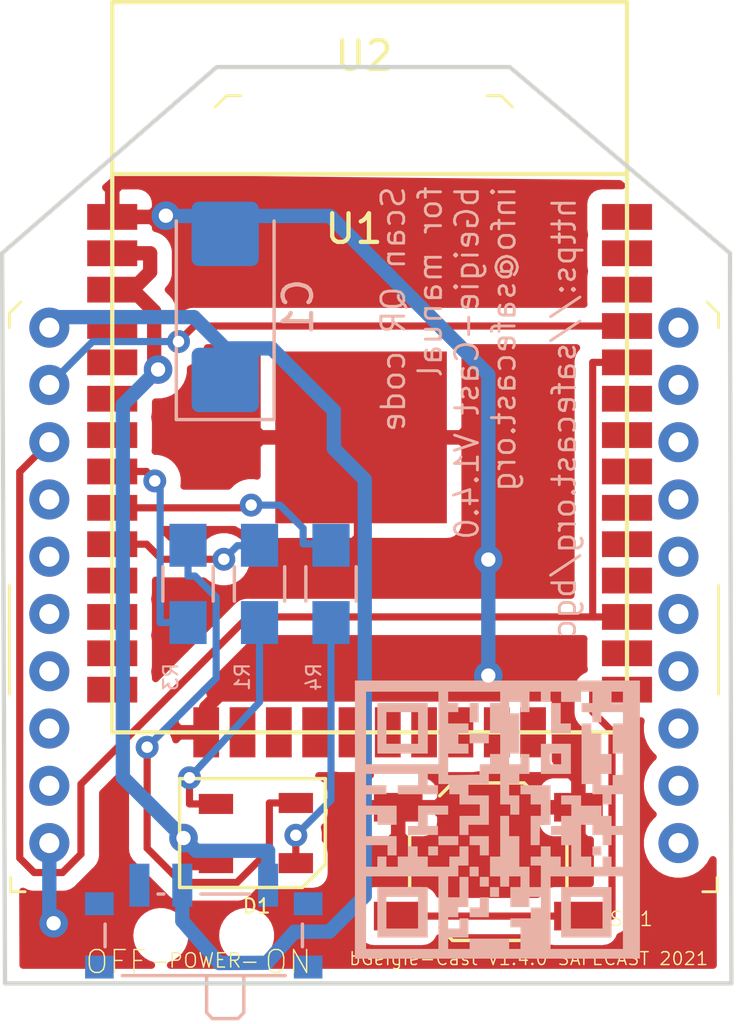
<source format=kicad_pcb>
(kicad_pcb (version 20211014) (generator pcbnew)
  (layers (0 "F.Cu" signal "Top") (31 "B.Cu" signal "Bottom") (34 "B.Paste" user) (35 "F.Paste" user) (36 "B.SilkS" user "B.Silkscreen") (37 "F.SilkS" user "F.Silkscreen") (38 "B.Mask" user) (39 "F.Mask" user) (44 "Edge.Cuts" user))
  (net 0 "")
  (net 1 "GND")
  (net 2 "VDD")
  (net 3 "Net-(D1-Pad1)")
  (net 4 "Net-(D1-Pad3)")
  (net 5 "Net-(D1-Pad4)")
  (net 6 "Net-(SW1-Pad1)")
  (net 7 "Net-(U1-Pad27)")
  (net 8 "+3V3")
  (net 9 "Net-(U1-Pad35)")
  (net 10 "Net-(R1-Pad1)")
  (net 11 "Net-(R3-Pad1)")
  (net 12 "Net-(R4-Pad1)")
  (footprint "Buttons_Switches_SMD:SW_SPST_TL3342" (layer "F.Cu") (at 152.75 118 180)
    (fp_text reference "SW1" hide)
    (fp_text value "TACT-SWITCH" hide)
    (fp_text user "${REFERENCE}" (at -5 -2) (layer "F.SilkS") (effects (font (size 0.5 0.5) (thickness 0.05))))
    (fp_line (start -1.7 2.3) (end -1.25 2.75) (layer "F.SilkS") (width 0.12))
    (fp_line (start -1.25 2.75) (end 1.25 2.75) (layer "F.SilkS") (width 0.12))
    (fp_line (start 1.7 2.3) (end 1.25 2.75) (layer "F.SilkS") (width 0.12))
    (fp_line (start -1.7 -2.3) (end -1.25 -2.75) (layer "F.SilkS") (width 0.12))
    (fp_line (start 1.7 -2.3) (end 1.25 -2.75) (layer "F.SilkS") (width 0.12))
    (fp_line (start -1.25 -2.75) (end 1.25 -2.75) (layer "F.SilkS") (width 0.12))
    (fp_line (start 2.75 -1) (end 2.75 1) (layer "F.SilkS") (width 0.12))
    (fp_line (start -2.75 -1) (end -2.75 1) (layer "F.SilkS") (width 0.12))
    (pad "1" smd rect locked (at 3.15 -1.9 180) (size 1.7 1) (layers "F.Cu" "F.Paste" "F.Mask") (net 6 "Net-(SW1-Pad1)"))
    (pad "1" smd rect locked (at -3.15 -1.9 180) (size 1.7 1) (layers "F.Cu" "F.Paste" "F.Mask") (net 6 "Net-(SW1-Pad1)"))
    (pad "2" smd rect locked (at -3.15 1.9 180) (size 1.7 1) (layers "F.Cu" "F.Paste" "F.Mask") (net 1 "GND"))
    (pad "2" smd rect locked (at 3.15 1.9 180) (size 1.7 1) (layers "F.Cu" "F.Paste" "F.Mask") (net 1 "GND"))
  )
  (footprint "digikey-footprints:DJS-BRGBC-TR8" (layer "F.Cu") (at 144.75 117 90)
    (fp_text reference "D1" (at -2.55 -0.1) (layer "F.SilkS") (effects (font (size 0.5 0.5) (thickness 0.075))))
    (fp_text value "RGB-LED")
    (fp_line (start -1.9 -2.794) (end 1.9 -2.794) (layer "F.SilkS") (width 0.12))
    (fp_line (start 1.9 2.3) (end -1.1 2.3) (layer "F.SilkS") (width 0.12))
    (fp_line (start -1.1 2.3) (end -1.9 1.5) (layer "F.SilkS") (width 0.12))
    (fp_line (start 1.9 -2.794) (end 1.9 2.3) (layer "F.SilkS") (width 0.12))
    (fp_line (start -1.9 1.5) (end -1.9 -2.794) (layer "F.SilkS") (width 0.12))
    (pad "1" smd rect locked (at -1.05 1.27 90) (size 0.7 1.2) (layers "F.Cu" "F.Paste" "F.Mask") (net 3 "Net-(D1-Pad1)"))
    (pad "2" smd rect locked (at -1.05 -1.524 90) (size 0.7 1.2) (layers "F.Cu" "F.Paste" "F.Mask") (net 8 "+3V3"))
    (pad "3" smd rect locked (at 1.016 -1.524 90) (size 0.7 1.2) (layers "F.Cu" "F.Paste" "F.Mask") (net 4 "Net-(D1-Pad3)"))
    (pad "4" smd rect locked (at 1.05 1.27 90) (size 0.7 1.2) (layers "F.Cu" "F.Paste" "F.Mask") (net 5 "Net-(D1-Pad4)"))
  )
  (footprint "digikey-footprints:XBEE-20_THT" (layer "F.Cu") (at 148.4 108.35)
    (fp_text reference "U2" (at 0 -18.49) (layer "F.SilkS"))
    (fp_text value "XBEE-socket")
    (fp_line (start 4.8 -17.1) (end 4.3 -17.1) (layer "F.SilkS") (width 0.1))
    (fp_line (start 12.4 -9.5) (end 12 -9.9) (layer "F.SilkS") (width 0.1))
    (fp_line (start -4.8 -17.1) (end -5.2 -16.7) (layer "F.SilkS") (width 0.1))
    (fp_line (start 12.4 -9.5) (end 12.4 -9) (layer "F.SilkS") (width 0.1))
    (fp_line (start 12.35 10.7) (end 11.85 10.7) (layer "F.SilkS") (width 0.1))
    (fp_line (start -12.35 10.7) (end -12.35 10.2) (layer "F.SilkS") (width 0.1))
    (fp_line (start -12.4 0) (end -12.4 3.8) (layer "F.SilkS") (width 0.1))
    (fp_line (start 12.4 0) (end 12.4 3.8) (layer "F.SilkS") (width 0.1))
    (fp_line (start -12.4 -9.5) (end -12.4 -9) (layer "F.SilkS") (width 0.1))
    (fp_line (start -12.4 -9.5) (end -12 -9.9) (layer "F.SilkS") (width 0.1))
    (fp_line (start 4.8 -17.1) (end 5.2 -16.7) (layer "F.SilkS") (width 0.1))
    (fp_line (start -12.35 10.7) (end -11.85 10.7) (layer "F.SilkS") (width 0.1))
    (fp_line (start 12.35 10.7) (end 12.35 10.2) (layer "F.SilkS") (width 0.1))
    (fp_line (start -4.8 -17.1) (end -4.3 -17.1) (layer "F.SilkS") (width 0.1))
    (pad "1" thru_hole circle locked (at -11 -9) (size 1.4 1.4) (drill 0.7) (layers *.Cu *.Mask) (net 2 "VDD"))
    (pad "2" thru_hole circle locked (at -11 -7) (size 1.4 1.4) (drill 0.7) (layers *.Cu *.Mask) (net 9 "Net-(U1-Pad35)"))
    (pad "3" thru_hole circle locked (at -11 -5) (size 1.4 1.4) (drill 0.7) (layers *.Cu *.Mask) (net 7 "Net-(U1-Pad27)"))
    (pad "4" thru_hole circle locked (at -11 -3) (size 1.4 1.4) (drill 0.7) (layers *.Cu *.Mask))
    (pad "5" thru_hole circle locked (at -11 -1) (size 1.4 1.4) (drill 0.7) (layers *.Cu *.Mask))
    (pad "6" thru_hole circle locked (at -11 1) (size 1.4 1.4) (drill 0.7) (layers *.Cu *.Mask))
    (pad "7" thru_hole circle locked (at -11 3) (size 1.4 1.4) (drill 0.7) (layers *.Cu *.Mask))
    (pad "8" thru_hole circle locked (at -11 5) (size 1.4 1.4) (drill 0.7) (layers *.Cu *.Mask))
    (pad "9" thru_hole circle locked (at -11 7) (size 1.4 1.4) (drill 0.7) (layers *.Cu *.Mask))
    (pad "10" thru_hole circle locked (at -11 9) (size 1.4 1.4) (drill 0.7) (layers *.Cu *.Mask) (net 1 "GND"))
    (pad "11" thru_hole circle locked (at 11 9) (size 1.4 1.4) (drill 0.7) (layers *.Cu *.Mask))
    (pad "12" thru_hole circle locked (at 11 7) (size 1.4 1.4) (drill 0.7) (layers *.Cu *.Mask))
    (pad "13" thru_hole circle locked (at 11 5) (size 1.4 1.4) (drill 0.7) (layers *.Cu *.Mask))
    (pad "14" thru_hole circle locked (at 11 3) (size 1.4 1.4) (drill 0.7) (layers *.Cu *.Mask))
    (pad "15" thru_hole circle locked (at 11 1) (size 1.4 1.4) (drill 0.7) (layers *.Cu *.Mask))
    (pad "16" thru_hole circle locked (at 11 -1) (size 1.4 1.4) (drill 0.7) (layers *.Cu *.Mask))
    (pad "17" thru_hole circle locked (at 11 -3) (size 1.4 1.4) (drill 0.7) (layers *.Cu *.Mask))
    (pad "18" thru_hole circle locked (at 11 -5) (size 1.4 1.4) (drill 0.7) (layers *.Cu *.Mask))
    (pad "19" thru_hole circle locked (at 11 -7) (size 1.4 1.4) (drill 0.7) (layers *.Cu *.Mask))
    (pad "20" thru_hole circle locked (at 11 -9) (size 1.4 1.4) (drill 0.7) (layers *.Cu *.Mask))
  )
  (footprint "ESP32-footprints-Lib:ESP-32S" (layer "F.Cu") (at 148.653 105)
    (fp_text reference "U1" (at -0.6 -9.1) (layer "F.SilkS"))
    (fp_text value "ESP32S")
    (fp_line (start 8.947434 -17.017338) (end -9.052566 -17.017338) (layer "F.SilkS") (width 0.15))
    (fp_line (start 8.947434 -11.017338) (end -9.052566 -11.017338) (layer "F.SilkS") (width 0.15))
    (fp_line (start 8.947434 8.482662) (end -9.052566 8.482662) (layer "F.SilkS") (width 0.15))
    (fp_line (start -9.052566 -17.017338) (end -9.052566 8.482662) (layer "F.SilkS") (width 0.15))
    (fp_line (start 8.947434 -17.017338) (end 8.947434 8.482662) (layer "F.SilkS") (width 0.15))
    (pad "1" smd rect locked (at -9.052566 -9.517338 180) (size 1.75 0.9) (layers "F.Cu" "F.Paste" "F.Mask") (net 1 "GND"))
    (pad "2" smd rect locked (at -9.052566 -8.247338 180) (size 1.75 0.9) (layers "F.Cu" "F.Paste" "F.Mask") (net 8 "+3V3"))
    (pad "3" smd rect locked (at -9.052566 -6.977338 180) (size 1.75 0.9) (layers "F.Cu" "F.Paste" "F.Mask") (net 8 "+3V3"))
    (pad "4" smd rect locked (at -9.052566 -5.707338 180) (size 1.75 0.9) (layers "F.Cu" "F.Paste" "F.Mask"))
    (pad "5" smd rect locked (at -9.052566 -4.437338 180) (size 1.75 0.9) (layers "F.Cu" "F.Paste" "F.Mask"))
    (pad "6" smd rect locked (at -9.052566 -3.167338 180) (size 1.75 0.9) (layers "F.Cu" "F.Paste" "F.Mask"))
    (pad "7" smd rect locked (at -9.052566 -1.897338 180) (size 1.75 0.9) (layers "F.Cu" "F.Paste" "F.Mask"))
    (pad "8" smd rect locked (at -9.052566 -0.627338 180) (size 1.75 0.9) (layers "F.Cu" "F.Paste" "F.Mask") (net 11 "Net-(R3-Pad1)"))
    (pad "9" smd rect locked (at -9.052566 0.642662 180) (size 1.75 0.9) (layers "F.Cu" "F.Paste" "F.Mask") (net 12 "Net-(R4-Pad1)"))
    (pad "10" smd rect locked (at -9.052566 1.912662 180) (size 1.75 0.9) (layers "F.Cu" "F.Paste" "F.Mask") (net 10 "Net-(R1-Pad1)"))
    (pad "11" smd rect locked (at -9.052566 3.182662 180) (size 1.75 0.9) (layers "F.Cu" "F.Paste" "F.Mask"))
    (pad "12" smd rect locked (at -9.052566 4.452662 180) (size 1.75 0.9) (layers "F.Cu" "F.Paste" "F.Mask"))
    (pad "13" smd rect locked (at -9.052566 5.722662 180) (size 1.75 0.9) (layers "F.Cu" "F.Paste" "F.Mask"))
    (pad "14" smd rect locked (at -9.052566 6.992662 180) (size 1.75 0.9) (layers "F.Cu" "F.Paste" "F.Mask"))
    (pad "15" smd rect locked (at -5.767566 8.482662 180) (size 0.9 1.75) (layers "F.Cu" "F.Paste" "F.Mask") (net 1 "GND"))
    (pad "16" smd rect locked (at -4.497566 8.482662 180) (size 0.9 1.75) (layers "F.Cu" "F.Paste" "F.Mask"))
    (pad "17" smd rect locked (at -3.227566 8.482662 180) (size 0.9 1.75) (layers "F.Cu" "F.Paste" "F.Mask"))
    (pad "18" smd rect locked (at -1.957566 8.482662 180) (size 0.9 1.75) (layers "F.Cu" "F.Paste" "F.Mask"))
    (pad "19" smd rect locked (at -0.687566 8.482662 180) (size 0.9 1.75) (layers "F.Cu" "F.Paste" "F.Mask"))
    (pad "20" smd rect locked (at 0.582434 8.482662 180) (size 0.9 1.75) (layers "F.Cu" "F.Paste" "F.Mask"))
    (pad "21" smd rect locked (at 1.852434 8.482662 180) (size 0.9 1.75) (layers "F.Cu" "F.Paste" "F.Mask"))
    (pad "22" smd rect locked (at 3.122434 8.482662 180) (size 0.9 1.75) (layers "F.Cu" "F.Paste" "F.Mask"))
    (pad "23" smd rect locked (at 4.392434 8.482662 180) (size 0.9 1.75) (layers "F.Cu" "F.Paste" "F.Mask"))
    (pad "24" smd rect locked (at 5.662434 8.482662 180) (size 0.9 1.75) (layers "F.Cu" "F.Paste" "F.Mask"))
    (pad "25" smd rect locked (at 8.947434 6.992662 180) (size 1.75 0.9) (layers "F.Cu" "F.Paste" "F.Mask") (net 6 "Net-(SW1-Pad1)"))
    (pad "26" smd rect locked (at 8.947434 5.722662 180) (size 1.75 0.9) (layers "F.Cu" "F.Paste" "F.Mask"))
    (pad "27" smd rect locked (at 8.947434 4.452662 180) (size 1.75 0.9) (layers "F.Cu" "F.Paste" "F.Mask") (net 7 "Net-(U1-Pad27)"))
    (pad "28" smd rect locked (at 8.947434 3.182662 180) (size 1.75 0.9) (layers "F.Cu" "F.Paste" "F.Mask"))
    (pad "29" smd rect locked (at 8.947434 1.912662 180) (size 1.75 0.9) (layers "F.Cu" "F.Paste" "F.Mask"))
    (pad "30" smd rect locked (at 8.947434 0.642662 180) (size 1.75 0.9) (layers "F.Cu" "F.Paste" "F.Mask"))
    (pad "31" smd rect locked (at 8.947434 -0.627338 180) (size 1.75 0.9) (layers "F.Cu" "F.Paste" "F.Mask"))
    (pad "32" smd rect locked (at 8.947434 -1.897338 180) (size 1.75 0.9) (layers "F.Cu" "F.Paste" "F.Mask"))
    (pad "33" smd rect locked (at 8.947434 -3.167338 180) (size 1.75 0.9) (layers "F.Cu" "F.Paste" "F.Mask"))
    (pad "34" smd rect locked (at 8.947434 -4.437338 180) (size 1.75 0.9) (layers "F.Cu" "F.Paste" "F.Mask") (net 7 "Net-(U1-Pad27)"))
    (pad "35" smd rect locked (at 8.947434 -5.707338 180) (size 1.75 0.9) (layers "F.Cu" "F.Paste" "F.Mask") (net 9 "Net-(U1-Pad35)"))
    (pad "36" smd rect locked (at 8.947434 -6.977338 180) (size 1.75 0.9) (layers "F.Cu" "F.Paste" "F.Mask"))
    (pad "37" smd rect locked (at 8.947434 -8.247338 180) (size 1.75 0.9) (layers "F.Cu" "F.Paste" "F.Mask"))
    (pad "38" smd rect locked (at 8.947434 -9.517338 180) (size 1.75 0.9) (layers "F.Cu" "F.Paste" "F.Mask"))
    (pad "39" smd rect locked (at -0.352566 -1.817338 180) (size 6 6) (layers "F.Cu" "F.Paste" "F.Mask") (net 1 "GND"))
  )
  (footprint "Buttons_Switches_SMD:SW_SPDT_PCM12" (layer "B.Cu") (at 142.8 120.25 180)
    (fp_text reference "SW2" hide)
    (fp_text value "SWITCH_INV" hide)
    (fp_line (start -0.1 -3.02) (end -0.3 -3.23) (layer "B.SilkS") (width 0.12))
    (fp_line (start -1.4 -3.02) (end -1.2 -3.23) (layer "B.SilkS") (width 0.12))
    (fp_line (start -2.85 -1.73) (end 2.85 -1.73) (layer "B.SilkS") (width 0.12))
    (fp_line (start -1.2 -3.23) (end -0.3 -3.23) (layer "B.SilkS") (width 0.12))
    (fp_line (start -1.6 1.12) (end 0.1 1.12) (layer "B.SilkS") (width 0.12))
    (fp_line (start 3.45 -0.72) (end 3.45 0.07) (layer "B.SilkS") (width 0.12))
    (fp_line (start 1.4 1.12) (end 1.6 1.12) (layer "B.SilkS") (width 0.12))
    (fp_line (start -3.45 0.07) (end -3.45 -0.72) (layer "B.SilkS") (width 0.12))
    (fp_line (start -0.1 -3.02) (end -0.1 -1.73) (layer "B.SilkS") (width 0.12))
    (fp_line (start -1.4 -1.73) (end -1.4 -3.02) (layer "B.SilkS") (width 0.12))
    (pad "" smd rect locked (at 3.65 -1.43 180) (size 1 0.8) (layers "B.Cu" "B.Paste" "B.Mask"))
    (pad "" smd rect locked (at -3.65 0.78 180) (size 1 0.8) (layers "B.Cu" "B.Paste" "B.Mask"))
    (pad "" smd rect locked (at 3.65 0.78 180) (size 1 0.8) (layers "B.Cu" "B.Paste" "B.Mask"))
    (pad "" np_thru_hole circle locked (at 1.5 -0.33 180) (size 0.9 0.9) (drill 0.9) (layers *.Cu *.Mask))
    (pad "" np_thru_hole circle locked (at -1.5 -0.33 180) (size 0.9 0.9) (drill 0.9) (layers *.Cu *.Mask))
    (pad "" smd rect locked (at -3.65 -1.43 180) (size 1 0.8) (layers "B.Cu" "B.Paste" "B.Mask"))
    (pad "1" smd rect locked (at -2.25 1.43 180) (size 0.7 1.5) (layers "B.Cu" "B.Paste" "B.Mask") (net 8 "+3V3"))
    (pad "2" smd rect locked (at 0.75 1.43 180) (size 0.7 1.5) (layers "B.Cu" "B.Paste" "B.Mask") (net 2 "VDD"))
    (pad "3" smd rect locked (at 2.25 1.43 180) (size 0.7 1.5) (layers "B.Cu" "B.Paste" "B.Mask"))
  )
  (footprint "Capacitor_Tantalum_SMD:CP_EIA-6032-15_Kemet-U_Pad2.25x2.35mm_HandSolder" (layer "B.Cu") (at 143.55 98.625 90)
    (fp_text reference "C1" (at 0 2.55 90) (layer "B.SilkS") (effects (justify mirror)))
    (fp_text value "CP1")
    (fp_line (start -3.935 -1.71) (end 3 -1.71) (layer "B.SilkS") (width 0.12))
    (fp_line (start 3 1.71) (end -3.935 1.71) (layer "B.SilkS") (width 0.12))
    (fp_line (start -3.935 1.71) (end -3.935 -1.71) (layer "B.SilkS") (width 0.12))
    (pad "1" smd roundrect locked (at -2.55 0 90) (size 2.25 2.35) (layers "B.Cu" "B.Paste" "B.Mask") (roundrect_rratio 0.111111) (net 2 "VDD"))
    (pad "2" smd roundrect locked (at 2.55 0 90) (size 2.25 2.35) (layers "B.Cu" "B.Paste" "B.Mask") (roundrect_rratio 0.111111) (net 1 "GND"))
  )
  (footprint "Resistors_SMD:R_0805_HandSoldering" (layer "B.Cu") (at 144.75 108.3 -90)
    (fp_text reference "R1" (at 3.25 0.6 -90) (layer "B.SilkS") (effects (font (size 0.5 0.5) (thickness 0.075)) (justify mirror)))
    (fp_text value "470")
    (fp_line (start 0.6 -0.88) (end -0.6 -0.88) (layer "B.SilkS") (width 0.12))
    (fp_line (start -0.6 0.88) (end 0.6 0.88) (layer "B.SilkS") (width 0.12))
    (pad "1" smd rect locked (at -1.35 0 270) (size 1.5 1.3) (layers "B.Cu" "B.Paste" "B.Mask") (net 10 "Net-(R1-Pad1)"))
    (pad "2" smd rect locked (at 1.35 0 270) (size 1.5 1.3) (layers "B.Cu" "B.Paste" "B.Mask") (net 4 "Net-(D1-Pad3)"))
  )
  (footprint "Resistors_SMD:R_0805_HandSoldering" (layer "B.Cu") (at 142.25 108.3 90)
    (fp_text reference "R3" (at -3.25 -0.6 90) (layer "B.SilkS") (effects (font (size 0.5 0.5) (thickness 0.075)) (justify mirror)))
    (fp_text value "470")
    (fp_line (start 0.6 -0.88) (end -0.6 -0.88) (layer "B.SilkS") (width 0.12))
    (fp_line (start -0.6 0.88) (end 0.6 0.88) (layer "B.SilkS") (width 0.12))
    (pad "1" smd rect locked (at -1.35 0 90) (size 1.5 1.3) (layers "B.Cu" "B.Paste" "B.Mask") (net 11 "Net-(R3-Pad1)"))
    (pad "2" smd rect locked (at 1.35 0 90) (size 1.5 1.3) (layers "B.Cu" "B.Paste" "B.Mask") (net 5 "Net-(D1-Pad4)"))
  )
  (footprint "Resistors_SMD:R_0805_HandSoldering" (layer "B.Cu") (at 147.25 108.3 -90)
    (fp_text reference "R4" (at 3.25 0.6 -90) (layer "B.SilkS") (effects (font (size 0.5 0.5) (thickness 0.075)) (justify mirror)))
    (fp_text value "470")
    (fp_line (start 0.6 -0.88) (end -0.6 -0.88) (layer "B.SilkS") (width 0.12))
    (fp_line (start -0.6 0.88) (end 0.6 0.88) (layer "B.SilkS") (width 0.12))
    (pad "1" smd rect locked (at -1.35 0 270) (size 1.5 1.3) (layers "B.Cu" "B.Paste" "B.Mask") (net 12 "Net-(R4-Pad1)"))
    (pad "2" smd rect locked (at 1.35 0 270) (size 1.5 1.3) (layers "B.Cu" "B.Paste" "B.Mask") (net 3 "Net-(D1-Pad1)"))
  )
  (footprint "ESP32 nGeigieNano WiFi all:QR_code_safecast_bgc" (layer "B.Cu") (at 153.068 116.53)
    (fp_text reference "G***" hide)
    (fp_text value "LOGO" hide)
    (fp_poly (pts (xy 3.9878 2.3622) (xy 2.2352 2.3622) (xy 2.2352 3.81) (xy 2.5654 3.81) (xy 2.5654 2.6924) (xy 3.683 2.6924) (xy 3.683 3.81) (xy 2.5654 3.81) (xy 2.2352 3.81) (xy 2.2352 4.1148) (xy 3.9878 4.1148)) (layer "B.SilkS") (width 0.01) (fill solid))
    (fp_poly (pts (xy -0.3048 2.7178) (xy -0.6096 2.7178) (xy -0.6096 3.0734) (xy -0.9652 3.0734) (xy -0.9652 3.4036) (xy -0.3048 3.4036)) (layer "B.SilkS") (width 0.01) (fill solid))
    (fp_poly (pts (xy 4.9784 -4.8514) (xy -4.9784 -4.8514) (xy -4.9784 -1.9304) (xy -4.5974 -1.9304) (xy -4.5974 -4.4704) (xy -2.0574 -4.4704) (xy -2.0574 -2.3114) (xy -1.7272 -2.3114) (xy -1.016 -2.3114) (xy -1.016 -2.6416) (xy -1.3716 -2.6416) (xy -1.3716 -3.0226) (xy -1.016 -3.0226) (xy -1.016 -3.3528) (xy -1.7272 -3.3528) (xy -1.7272 -3.7592) (xy -1.3716 -3.7592) (xy -1.3716 -4.064) (xy -1.7272 -4.064) (xy -1.7272 -4.4704) (xy 0.1016 -4.4704) (xy 0.1016 -4.064) (xy -0.254 -4.064) (xy -0.254 -3.0226) (xy 0.1016 -3.0226) (xy 0.1016 -2.286) (xy -0.254 -2.286) (xy -0.254 -1.9304) (xy -0.607375 -1.9304) (xy -0.614838 -1.74625) (xy -0.6223 -1.5621) (xy -1.17475 -1.555254) (xy -1.7272 -1.548409) (xy -1.7272 -2.3114) (xy -2.0574 -2.3114) (xy -2.0574 -1.9304) (xy -4.5974 -1.9304) (xy -4.9784 -1.9304) (xy -4.9784 1.651) (xy -4.5974 1.651) (xy -4.5974 0.889) (xy -3.8354 0.889) (xy -3.8354 1.2446) (xy -3.5306 1.2446) (xy -3.5306 0.5842) (xy -4.5974 0.5842) (xy -4.5974 -0.1778) (xy -4.191 -0.1778) (xy -4.191 0.1778) (xy -3.5306 0.1778) (xy -3.5306 -0.4826) (xy -4.5974 -0.4826) (xy -4.5974 -0.889) (xy -3.8862 -0.889) (xy -3.8862 -1.1938) (xy -4.5974 -1.1938) (xy -4.5974 -1.6002) (xy -2.7686 -1.6002) (xy -2.7686 -1.1938) (xy -3.4798 -1.1938) (xy -3.4798 -0.889) (xy -2.0828 -0.889) (xy -2.0828 -1.1938) (xy -2.4384 -1.1938) (xy -2.4384 -1.6002) (xy -2.0574 -1.6002) (xy -2.0574 -1.2446) (xy -1.6764 -1.2446) (xy -1.6764 -0.889) (xy -1.3208 -0.889) (xy -1.3208 -0.5334) (xy -0.6096 -0.5334) (xy -0.6096 -0.127) (xy -1.3208 -0.127) (xy -1.3208 0.5334) (xy -1.016 0.5334) (xy -1.016 0.1778) (xy -0.3048 0.1778) (xy -0.3048 -0.8382) (xy -1.016 -0.8382) (xy -1.016 -1.2446) (xy -0.3048 -1.2446) (xy -0.3048 -1.6002) (xy 0.1016 -1.6002) (xy 0.1016 -0.5334) (xy 0.4572 -0.5334) (xy 0.4572 -0.1778) (xy 0.762 -0.1778) (xy 0.762 -0.8382) (xy 0.4064 -0.8382) (xy 0.4064 -1.2446) (xy 0.762 -1.2446) (xy 0.762 -1.6002) (xy 1.1176 -1.6002) (xy 1.1176 -2.286) (xy 0.8128 -2.286) (xy 0.8128 -1.9304) (xy 0.4064 -1.9304) (xy 0.4064 -2.3114) (xy 0.762 -2.3114) (xy 0.762 -3.7084) (xy 0.4064 -3.7084) (xy 0.4064 -4.1148) (xy 0.8128 -4.1148) (xy 0.8128 -3.7592) (xy 1.1176 -3.7592) (xy 1.1176 -4.4704) (xy 1.524 -4.4704) (xy 1.524 -4.1148) (xy 1.8542 -4.1148) (xy 1.8542 -4.4704) (xy 2.2352 -4.4704) (xy 2.2352 -4.1148) (xy 2.921 -4.1148) (xy 2.921 -4.4704) (xy 3.3274 -4.4704) (xy 3.3274 -4.064) (xy 3.9878 -4.064) (xy 3.9878 -4.4704) (xy 4.3942 -4.4704) (xy 4.3942 -4.064) (xy 3.9878 -4.064) (xy 3.3274 -4.064) (xy 2.9464 -4.064) (xy 2.9464 -3.761425) (xy 3.13055 -3.753962) (xy 3.3147 -3.7465) (xy 3.32221 -3.57505) (xy 3.329721 -3.4036) (xy 3.6322 -3.4036) (xy 3.6322 -3.7592) (xy 4.3942 -3.7592) (xy 4.3942 -3.3528) (xy 4.0386 -3.3528) (xy 4.0386 -2.3114) (xy 4.395558 -2.3114) (xy 4.3815 -1.5621) (xy 4.0386 -1.547078) (xy 4.0386 -1.1938) (xy 3.6322 -1.1938) (xy 3.6322 -1.6002) (xy 3.9878 -1.6002) (xy 3.9878 -2.286) (xy 3.6322 -2.286) (xy 3.6322 -2.9972) (xy 3.2766 -2.9972) (xy 3.2766 -3.3528) (xy 2.9464 -3.3528) (xy 2.9464 -1.2446) (xy 3.3274 -1.2446) (xy 3.3274 -0.889) (xy 3.683 -0.889) (xy 3.683 -0.5334) (xy 3.9878 -0.5334) (xy 3.9878 -0.889) (xy 4.3942 -0.889) (xy 4.3942 0.2286) (xy 3.9878 0.2286) (xy 3.9878 -0.127) (xy 3.6322 -0.127) (xy 3.6322 -0.4826) (xy 2.921 -0.4826) (xy 2.921 -0.8382) (xy 2.2352 -0.8382) (xy 2.2352 -0.5334) (xy 2.5908 -0.5334) (xy 2.5908 -0.127) (xy 2.2352 -0.127) (xy 2.2352 0.2286) (xy 1.8796 0.2286) (xy 1.8796 0.5334) (xy 2.2352 0.5334) (xy 2.2352 0.889) (xy 2.5908 0.889) (xy 2.5908 1.2954) (xy 2.921 1.2954) (xy 2.921 0.1778) (xy 3.3274 0.1778) (xy 3.3274 0.5334) (xy 3.683 0.5334) (xy 3.683 0.889) (xy 3.9878 0.889) (xy 3.9878 0.5334) (xy 4.3942 0.5334) (xy 4.3942 1.651) (xy 3.9878 1.651) (xy 3.9878 1.2954) (xy 3.683 1.2954) (xy 3.683 1.651) (xy 3.2766 1.651) (xy 3.2766 1.2954) (xy 2.921 1.2954) (xy 2.5908 1.2954) (xy 2.5908 1.651) (xy 2.2098 1.651) (xy 2.2098 1.2954) (xy 1.8542 1.2954) (xy 1.8542 0.9398) (xy 1.524 0.9398) (xy 1.524 1.2954) (xy 1.1684 1.2954) (xy 1.1684 1.6002) (xy 1.524 1.6002) (xy 1.524 2.3622) (xy 1.1176 2.3622) (xy 1.1176 1.651) (xy 0.762 1.651) (xy 0.762 0.5842) (xy 0.4064 0.5842) (xy 0.4064 -0.127) (xy 0.1016 -0.127) (xy 0.1016 1.2954) (xy -0.254 1.2954) (xy -0.254 1.9812) (xy 0.1016 1.9812) (xy 0.1016 2.3368) (xy 0.4064 2.3368) (xy 0.4064 1.9812) (xy 0.8128 1.9812) (xy 0.8128 2.3622) (xy 0.4572 2.3622) (xy 0.4572 3.048) (xy 1.1176 3.048) (xy 1.1176 2.6924) (xy 1.524 2.6924) (xy 1.524 3.0734) (xy 1.1684 3.0734) (xy 1.1684 3.4544) (xy 0.4572 3.4544) (xy 0.4572 3.7592) (xy 0.8128 3.7592) (xy 0.8128 4.5212) (xy 1.8542 4.5212) (xy 1.8542 1.9812) (xy 4.3942 1.9812) (xy 4.3942 4.5212) (xy 1.8542 4.5212) (xy 0.8128 4.5212) (xy 0.4064 4.5212) (xy 0.4064 4.1656) (xy -0.9652 4.1656) (xy -0.9652 4.5212) (xy -1.7272 4.5212) (xy -1.7272 4.1148) (xy -1.016 4.1148) (xy -1.016 3.4544) (xy -1.3208 3.4544) (xy -1.3208 3.81) (xy -1.7272 3.81) (xy -1.7272 3.4036) (xy -1.3716 3.4036) (xy -1.3716 3.048) (xy -1.016 3.048) (xy -1.016 2.0066) (xy -1.3208 2.0066) (xy -1.3208 2.7178) (xy -1.7272 2.7178) (xy -1.7272 1.9812) (xy -1.3716 1.9812) (xy -1.3716 1.6002) (xy -1.016 1.6002) (xy -1.016 0.9398) (xy -1.3208 0.9398) (xy -1.3208 1.2954) (xy -1.6764 1.2954) (xy -1.6764 1.651) (xy -2.4384 1.651) (xy -2.4384 1.2954) (xy -2.794 1.2954) (xy -2.794 0.9398) (xy -3.1242 0.9398) (xy -3.1242 1.2954) (xy -3.4798 1.2954) (xy -3.4798 1.651) (xy -3.8862 1.651) (xy -3.8862 1.2954) (xy -4.191 1.2954) (xy -4.191 1.651) (xy -4.5974 1.651) (xy -4.9784 1.651) (xy -4.9784 4.5212) (xy -4.5974 4.5212) (xy -4.5974 1.9812) (xy -2.0574 1.9812) (xy -2.0574 4.5212) (xy -4.5974 4.5212) (xy -4.9784 4.5212) (xy -4.9784 4.8514) (xy 4.9784 4.8514)) (layer "B.SilkS") (width 0.01) (fill solid))
    (fp_poly (pts (xy -0.6604 1.651) (xy -0.9652 1.651) (xy -0.9652 1.9812) (xy -0.6604 1.9812)) (layer "B.SilkS") (width 0.01) (fill solid))
    (fp_poly (pts (xy -0.3048 -2.9972) (xy -0.9652 -2.9972) (xy -0.9652 -2.667) (xy -0.3048 -2.667)) (layer "B.SilkS") (width 0.01) (fill solid))
    (fp_poly (pts (xy -2.0828 0.9398) (xy -2.413 0.9398) (xy -2.413 1.2446) (xy -2.0828 1.2446)) (layer "B.SilkS") (width 0.01) (fill solid))
    (fp_poly (pts (xy 2.5654 -3.3528) (xy 2.2098 -3.3528) (xy 2.2098 -4.064) (xy 1.8796 -4.064) (xy 1.8796 -3.0226) (xy 2.5654 -3.0226)) (layer "B.SilkS") (width 0.01) (fill solid))
    (fp_poly (pts (xy 2.5654 -2.6416) (xy 1.524 -2.6416) (xy 1.524 -1.9304) (xy 1.8542 -1.9304) (xy 1.8542 -2.3114) (xy 2.2352 -2.3114) (xy 2.2352 -1.9304) (xy 1.8542 -1.9304) (xy 1.524 -1.9304) (xy 1.524 -1.6002) (xy 2.5654 -1.6002)) (layer "B.SilkS") (width 0.01) (fill solid))
    (fp_poly (pts (xy -0.3048 2.0066) (xy -0.6096 2.0066) (xy -0.6096 2.3368) (xy -0.3048 2.3368)) (layer "B.SilkS") (width 0.01) (fill solid))
    (fp_poly (pts (xy -2.4384 2.3622) (xy -4.191 2.3622) (xy -4.191 3.81) (xy -3.8862 3.81) (xy -3.8862 2.6924) (xy -2.7686 2.6924) (xy -2.7686 3.81) (xy -3.8862 3.81) (xy -4.191 3.81) (xy -4.191 4.1148) (xy -2.4384 4.1148)) (layer "B.SilkS") (width 0.01) (fill solid))
    (fp_poly (pts (xy 3.6322 0.9398) (xy 3.3274 0.9398) (xy 3.3274 1.2446) (xy 3.6322 1.2446)) (layer "B.SilkS") (width 0.01) (fill solid))
    (fp_poly (pts (xy -2.0828 0.2286) (xy -2.4384 0.2286) (xy -2.4384 -0.1778) (xy -1.7272 -0.1778) (xy -1.7272 -0.4826) (xy -2.7686 -0.4826) (xy -2.7686 0.2286) (xy -3.1242 0.2286) (xy -3.1242 0.5334) (xy -2.0828 0.5334)) (layer "B.SilkS") (width 0.01) (fill solid))
    (fp_poly (pts (xy -2.4384 -4.064) (xy -4.191 -4.064) (xy -4.191 -2.6416) (xy -3.8862 -2.6416) (xy -3.8862 -3.7592) (xy -2.7686 -3.7592) (xy -2.7686 -2.6416) (xy -3.8862 -2.6416) (xy -4.191 -2.6416) (xy -4.191 -2.3114) (xy -2.4384 -2.3114)) (layer "B.SilkS") (width 0.01) (fill solid))
    (fp_poly (pts (xy -1.3716 0.5842) (xy -2.0574 0.5842) (xy -2.0574 0.889) (xy -1.3716 0.889)) (layer "B.SilkS") (width 0.01) (fill solid))
    (fp_poly (pts (xy 1.4859 0.1905) (xy 1.67005 0.183038) (xy 1.8542 0.175575) (xy 1.8542 -1.1938) (xy 0.8128 -1.1938) (xy 0.8128 -0.889) (xy 1.1684 -0.889) (xy 1.1684 -0.5334) (xy 1.524 -0.5334) (xy 1.524 -0.127) (xy 1.1684 -0.127) (xy 1.1684 0.889) (xy 1.471766 0.889)) (layer "B.SilkS") (width 0.01) (fill solid))
    (fp_poly (pts (xy 0.0508 2.3622) (xy -0.254 2.3622) (xy -0.254 2.6924) (xy 0.0508 2.6924)) (layer "B.SilkS") (width 0.01) (fill solid))
    (fp_poly (pts (xy -0.6604 -4.064) (xy -0.9652 -4.064) (xy -0.9652 -3.4036) (xy -0.6604 -3.4036)) (layer "B.SilkS") (width 0.01) (fill solid))
    (fp_poly (pts (xy -0.3048 0.5842) (xy -0.9652 0.5842) (xy -0.9652 0.889) (xy -0.6096 0.889) (xy -0.6096 1.2446) (xy -0.3048 1.2446)) (layer "B.SilkS") (width 0.01) (fill solid))
  )
  (gr_line (start 143.25 90.25) (end 153.5 90.25) (layer "Edge.Cuts") (width 0.15))
  (gr_line (start 135.75 96.75) (end 143.25 90.25) (layer "Edge.Cuts") (width 0.15))
  (gr_line (start 135.75 96.75) (end 135.85 122.25) (layer "Edge.Cuts") (width 0.15))
  (gr_line (start 161.25 122.25) (end 135.85 122.25) (layer "Edge.Cuts") (width 0.15))
  (gr_line (start 161.2011 96.75) (end 161.25 122.25) (layer "Edge.Cuts") (width 0.15))
  (gr_line (start 153.5 90.25) (end 161.2011 96.75) (layer "Edge.Cuts") (width 0.15))
  (gr_text "Scan QR code \nfor manual\nbGeigie-Cast V1.4.0 \ninfo@safecast.org\n" (at 151.36 94.35 90) (layer "B.SilkS") (effects (font (size 0.8 0.8) (thickness 0.1)) (justify left mirror)))
  (gr_text "https://safecast.org/bgc" (at 155.4 102.51 90) (layer "B.SilkS") (effects (font (size 0.8 0.8) (thickness 0.1)) (justify mirror)))
  (gr_text "OFF" (at 139.75 121.5) (layer "F.SilkS") (effects (font (size 0.8 0.8) (thickness 0.05))))
  (gr_text "bGeigie-Cast V1.4.0 SAFECAST 2021" (at 147.85 121.65) (layer "F.SilkS") (effects (font (size 0.45 0.45) (thickness 0.05)) (justify left bottom)))
  (gr_text "ON" (at 145.75 121.5) (layer "F.SilkS") (effects (font (size 0.8 0.8) (thickness 0.05))))
  (gr_text "—POWER—" (at 142.85 121.45) (layer "F.SilkS") (effects (font (size 0.5 0.5) (thickness 0.05))))
  (segment (start 152.250001 111.999999) (end 152.75 111.5) (width 0.5) (layer "F.Cu") (net 1))
  (segment (start 155.215435 112.247661) (end 155.215435 114.415435) (width 0.5) (layer "F.Cu") (net 1))
  (segment (start 155.215435 114.415435) (end 155.9 115.1) (width 0.5) (layer "F.Cu") (net 1))
  (segment (start 155.125435 112.157661) (end 155.215435 112.247661) (width 0.5) (layer "F.Cu") (net 1))
  (segment (start 142.885434 113.482662) (end 142.885434 112.61766) (width 0.5) (layer "F.Cu") (net 1))
  (segment (start 142.885434 112.61766) (end 143.345433 112.157661) (width 0.5) (layer "F.Cu") (net 1))
  (segment (start 143.345433 112.157661) (end 155.125435 112.157661) (width 0.5) (layer "F.Cu") (net 1))
  (segment (start 143.345433 112.157661) (end 152.092339 112.157661) (width 0.5) (layer "F.Cu") (net 1))
  (segment (start 155.9 115.1) (end 155.9 116.1) (width 0.5) (layer "F.Cu") (net 1))
  (segment (start 152.092339 112.157661) (end 152.250001 111.999999) (width 0.5) (layer "F.Cu") (net 1))
  (via (at 152.75 111.5) (size 1) (drill 0.5) (layers "F.Cu" "B.Cu") (net 1))
  (via (at 152.75 107.45) (size 1) (drill 0.5) (layers "F.Cu" "B.Cu") (net 1))
  (via (at 137.55 120.15) (size 1) (drill 0.5) (layers "F.Cu" "B.Cu") (net 1))
  (via (at 141.4754 95.4401) (size 1) (drill 0.5) (layers "F.Cu" "B.Cu") (net 1))
  (segment (start 152.75 100.989998) (end 147.210002 95.45) (width 0.5) (layer "B.Cu") (net 1))
  (segment (start 137.4 117.35) (end 137.4 120) (width 0.5) (layer "B.Cu") (net 1))
  (segment (start 141.4754 95.4401) (end 141.7398 95.4401) (width 0.5) (layer "B.Cu") (net 1))
  (segment (start 137.4 120) (end 137.55 120.15) (width 0.5) (layer "B.Cu") (net 1))
  (segment (start 147.210002 95.45) (end 145.4 95.45) (width 0.5) (layer "B.Cu") (net 1))
  (segment (start 152.75 107.45) (end 152.75 111.5) (width 0.5) (layer "B.Cu") (net 1))
  (segment (start 143.55 95.45) (end 141.7497 95.45) (width 0.5) (layer "B.Cu") (net 1))
  (segment (start 152.75 107.45) (end 152.75 100.989998) (width 0.5) (layer "B.Cu") (net 1))
  (segment (start 141.7398 95.4401) (end 141.7497 95.45) (width 0.5) (layer "B.Cu") (net 1))
  (segment (start 145.4 95.45) (end 143.55 95.45) (width 0.5) (layer "B.Cu") (net 1))
  (segment (start 146.21 120.45) (end 145.969998 120.45) (width 0.5) (layer "B.Cu") (net 2))
  (segment (start 143.55 100.0747) (end 145.1747 100.0747) (width 0.5) (layer "B.Cu") (net 2))
  (segment (start 147.35 102.25) (end 147.35 103.5753) (width 0.5) (layer "B.Cu") (net 2))
  (segment (start 145.1747 100.0747) (end 147.35 102.25) (width 0.5) (layer "B.Cu") (net 2))
  (segment (start 148.43 104.6553) (end 148.43 119.200002) (width 0.5) (layer "B.Cu") (net 2))
  (segment (start 148.43 119.200002) (end 147.190002 120.44) (width 0.5) (layer "B.Cu") (net 2))
  (segment (start 147.190002 120.44) (end 146.21 120.45) (width 0.5) (layer "B.Cu") (net 2))
  (segment (start 137.7674 98.9826) (end 142.4579 98.9826) (width 0.5) (layer "B.Cu") (net 2))
  (segment (start 147.35 103.5753) (end 148.43 104.6553) (width 0.5) (layer "B.Cu") (net 2))
  (segment (start 142.05 120.07) (end 142.05 118.82) (width 0.5) (layer "B.Cu") (net 2))
  (segment (start 145.969998 120.45) (end 145.01 121.53) (width 0.5) (layer "B.Cu") (net 2))
  (segment (start 143.34 121.54) (end 142.05 120.07) (width 0.5) (layer "B.Cu") (net 2))
  (segment (start 143.55 101.8) (end 143.55 100.0747) (width 0.5) (layer "B.Cu") (net 2))
  (segment (start 145.01 121.53) (end 143.34 121.54) (width 0.5) (layer "B.Cu") (net 2))
  (segment (start 137.4 99.35) (end 137.7674 98.9826) (width 0.5) (layer "B.Cu") (net 2))
  (segment (start 142.4579 98.9826) (end 143.55 100.0747) (width 0.5) (layer "B.Cu") (net 2))
  (segment (start 146.02 118.05) (end 146.02 117.0779) (width 0.25) (layer "F.Cu") (net 3))
  (via (at 146.02 117.0779) (size 0.8) (drill 0.4) (layers "F.Cu" "B.Cu") (net 3))
  (segment (start 147.25 115.8479) (end 146.02 117.0779) (width 0.25) (layer "B.Cu") (net 3))
  (segment (start 147.25 109.6) (end 147.25 115.8479) (width 0.25) (layer "B.Cu") (net 3))
  (segment (start 143.226 115.984) (end 142.3007 115.984) (width 0.25) (layer "F.Cu") (net 4))
  (segment (start 142.3007 115.984) (end 142.3007 115.0704) (width 0.25) (layer "F.Cu") (net 4))
  (via (at 142.3007 115.0704) (size 0.8) (drill 0.4) (layers "F.Cu" "B.Cu") (net 4))
  (segment (start 144.75 112.4211) (end 142.3007 115.0704) (width 0.25) (layer "B.Cu") (net 4))
  (segment (start 144.75 112.4211) (end 144.75 109.65) (width 0.25) (layer "B.Cu") (net 4))
  (segment (start 145.0947 117.5914) (end 145.0947 115.95) (width 0.25) (layer "F.Cu") (net 5))
  (segment (start 140.8203 114.0018) (end 140.8203 117.5311) (width 0.25) (layer "F.Cu") (net 5))
  (segment (start 140.8203 117.5311) (end 142.0146 118.7254) (width 0.25) (layer "F.Cu") (net 5))
  (segment (start 142.0146 118.7254) (end 143.9607 118.7254) (width 0.25) (layer "F.Cu") (net 5))
  (segment (start 146.02 115.95) (end 145.0947 115.95) (width 0.25) (layer "F.Cu") (net 5))
  (segment (start 143.9607 118.7254) (end 145.0947 117.5914) (width 0.25) (layer "F.Cu") (net 5))
  (via (at 140.8203 114.0018) (size 0.8) (drill 0.4) (layers "F.Cu" "B.Cu") (net 5))
  (segment (start 143.233 111.5891) (end 140.8203 114.0018) (width 0.25) (layer "B.Cu") (net 5))
  (segment (start 142.25 108.0253) (end 142.4964 108.0253) (width 0.25) (layer "B.Cu") (net 5))
  (segment (start 142.4964 108.0253) (end 143.233 108.7619) (width 0.25) (layer "B.Cu") (net 5))
  (segment (start 143.233 108.7619) (end 143.233 111.5891) (width 0.25) (layer "B.Cu") (net 5))
  (segment (start 142.25 106.95) (end 142.25 108.0253) (width 0.25) (layer "B.Cu") (net 5))
  (segment (start 157.0753 113.4432) (end 156.4001 112.768) (width 0.25) (layer "F.Cu") (net 6))
  (segment (start 156.4001 112.768) (end 156.4001 111.9927) (width 0.25) (layer "F.Cu") (net 6))
  (segment (start 157.0753 119.9) (end 157.0753 113.4432) (width 0.25) (layer "F.Cu") (net 6))
  (segment (start 157.6004 111.9927) (end 156.4001 111.9927) (width 0.25) (layer "F.Cu") (net 6))
  (segment (start 155.9 119.9) (end 157.0753 119.9) (width 0.25) (layer "F.Cu") (net 6))
  (segment (start 149.6 119.9) (end 155.9 119.9) (width 0.25) (layer "F.Cu") (net 6))
  (segment (start 157.6004 100.5627) (end 156.4001 100.5627) (width 0.25) (layer "F.Cu") (net 7))
  (segment (start 136.8701 118.3796) (end 136.3653 117.8748) (width 0.25) (layer "F.Cu") (net 7))
  (segment (start 156.5127 109.4527) (end 156.4001 109.4527) (width 0.25) (layer "F.Cu") (net 7))
  (segment (start 144.3436 109.4527) (end 138.5059 115.2904) (width 0.25) (layer "F.Cu") (net 7))
  (segment (start 136.3653 117.8748) (end 136.3653 104.3847) (width 0.25) (layer "F.Cu") (net 7))
  (segment (start 137.8611 118.3796) (end 136.8701 118.3796) (width 0.25) (layer "F.Cu") (net 7))
  (segment (start 156.4001 109.4527) (end 156.4001 100.5627) (width 0.25) (layer "F.Cu") (net 7))
  (segment (start 156.4001 109.4527) (end 144.3436 109.4527) (width 0.25) (layer "F.Cu") (net 7))
  (segment (start 136.3653 104.3847) (end 137.4 103.35) (width 0.25) (layer "F.Cu") (net 7))
  (segment (start 157.6004 109.4527) (end 156.5127 109.4527) (width 0.25) (layer "F.Cu") (net 7))
  (segment (start 138.5059 117.7348) (end 137.8611 118.3796) (width 0.25) (layer "F.Cu") (net 7))
  (segment (start 138.5059 115.2904) (end 138.5059 117.7348) (width 0.25) (layer "F.Cu") (net 7))
  (segment (start 140.2631 98.0227) (end 140.3075 98.0227) (width 0.5) (layer "F.Cu") (net 8))
  (segment (start 141.0668 100.6769) (end 141.2023 100.8124) (width 0.5) (layer "F.Cu") (net 8))
  (segment (start 140.3075 98.0227) (end 141.0668 98.782) (width 0.5) (layer "F.Cu") (net 8))
  (segment (start 143.226 118.05) (end 142.1757 118.05) (width 0.5) (layer "F.Cu") (net 8))
  (segment (start 140.9257 97.4045) (end 140.9257 96.7527) (width 0.5) (layer "F.Cu") (net 8))
  (segment (start 139.6004 96.7527) (end 140.9257 96.7527) (width 0.5) (layer "F.Cu") (net 8))
  (segment (start 139.6004 98.0227) (end 140.2631 98.0227) (width 0.5) (layer "F.Cu") (net 8))
  (segment (start 140.3075 98.0227) (end 140.9257 97.4045) (width 0.5) (layer "F.Cu") (net 8))
  (segment (start 141.0668 98.782) (end 141.0668 100.6769) (width 0.5) (layer "F.Cu") (net 8))
  (segment (start 142.0924 117.1747) (end 142.1757 117.258) (width 0.5) (layer "F.Cu") (net 8))
  (segment (start 142.1757 117.258) (end 142.1757 118.05) (width 0.5) (layer "F.Cu") (net 8))
  (via (at 141.2023 100.8124) (size 1) (drill 0.5) (layers "F.Cu" "B.Cu") (net 8))
  (via (at 142.0924 117.1747) (size 1) (drill 0.5) (layers "F.Cu" "B.Cu") (net 8))
  (segment (start 139.9699 115.0522) (end 139.9699 102.0448) (width 0.5) (layer "B.Cu") (net 8))
  (segment (start 142.5374 117.6197) (end 142.0924 117.1747) (width 0.5) (layer "B.Cu") (net 8))
  (segment (start 145.05 117.6197) (end 142.5374 117.6197) (width 0.5) (layer "B.Cu") (net 8))
  (segment (start 142.0924 117.1747) (end 139.9699 115.0522) (width 0.5) (layer "B.Cu") (net 8))
  (segment (start 139.9699 102.0448) (end 141.2023 100.8124) (width 0.5) (layer "B.Cu") (net 8))
  (segment (start 145.05 118.82) (end 145.05 117.6197) (width 0.5) (layer "B.Cu") (net 8))
  (segment (start 142.4602 99.2927) (end 141.9171 99.8358) (width 0.25) (layer "F.Cu") (net 9))
  (segment (start 157.6004 99.2927) (end 142.4602 99.2927) (width 0.25) (layer "F.Cu") (net 9))
  (via (at 141.9171 99.8358) (size 0.8) (drill 0.4) (layers "F.Cu" "B.Cu") (net 9))
  (segment (start 138.9142 99.8358) (end 137.4 101.35) (width 0.25) (layer "B.Cu") (net 9))
  (segment (start 141.9171 99.8358) (end 138.9142 99.8358) (width 0.25) (layer "B.Cu") (net 9))
  (segment (start 140.8007 106.9127) (end 141.3265 107.4385) (width 0.25) (layer "F.Cu") (net 10))
  (segment (start 141.3265 107.4385) (end 143.5017 107.4385) (width 0.25) (layer "F.Cu") (net 10))
  (segment (start 139.6004 106.9127) (end 140.8007 106.9127) (width 0.25) (layer "F.Cu") (net 10))
  (via (at 143.5017 107.4385) (size 0.8) (drill 0.4) (layers "F.Cu" "B.Cu") (net 10))
  (segment (start 143.9747 106.9655) (end 143.5017 107.4385) (width 0.25) (layer "B.Cu") (net 10))
  (segment (start 144.7345 106.9655) (end 144.75 106.95) (width 0.25) (layer "B.Cu") (net 10))
  (segment (start 143.9747 106.9655) (end 144.7345 106.9655) (width 0.25) (layer "B.Cu") (net 10))
  (segment (start 140.8007 104.3727) (end 140.8007 104.4148) (width 0.25) (layer "F.Cu") (net 11))
  (segment (start 140.8007 104.4148) (end 141.0877 104.7018) (width 0.25) (layer "F.Cu") (net 11))
  (segment (start 139.6004 104.3727) (end 140.8007 104.3727) (width 0.25) (layer "F.Cu") (net 11))
  (via (at 141.0877 104.7018) (size 0.8) (drill 0.4) (layers "F.Cu" "B.Cu") (net 11))
  (segment (start 141.2747 104.8888) (end 141.0877 104.7018) (width 0.25) (layer "B.Cu") (net 11))
  (segment (start 142.25 109.65) (end 141.2747 109.65) (width 0.25) (layer "B.Cu") (net 11))
  (segment (start 141.2747 109.65) (end 141.2747 104.8888) (width 0.25) (layer "B.Cu") (net 11))
  (segment (start 139.6004 105.6427) (end 144.3629 105.6427) (width 0.25) (layer "F.Cu") (net 12))
  (segment (start 144.3629 105.6427) (end 144.4578 105.5478) (width 0.25) (layer "F.Cu") (net 12))
  (via (at 144.4578 105.5478) (size 0.8) (drill 0.4) (layers "F.Cu" "B.Cu") (net 12))
  (segment (start 146.2747 106.9) (end 146.2747 106.3576) (width 0.25) (layer "B.Cu") (net 12))
  (segment (start 147.25 106.9) (end 146.2747 106.9) (width 0.25) (layer "B.Cu") (net 12))
  (segment (start 146.2747 106.3576) (end 145.4649 105.5478) (width 0.25) (layer "B.Cu") (net 12))
  (segment (start 145.4649 105.5478) (end 144.4578 105.5478) (width 0.25) (layer "B.Cu") (net 12))
  (zone (net 1) (net_name "GND") (layer "F.Cu") (connect_pads (clearance 0.508)) (min_thickness 0.254) (fill yes (thermal_gap 0.508) (thermal_bridge_width 0.508))
    (polygon (pts (xy 135.95 97.3) (xy 139.25 94) (xy 157.8 94.2) (xy 161.25 97) (xy 161.5 122.25) (xy 135.95 122.6)))
  )
)
</source>
